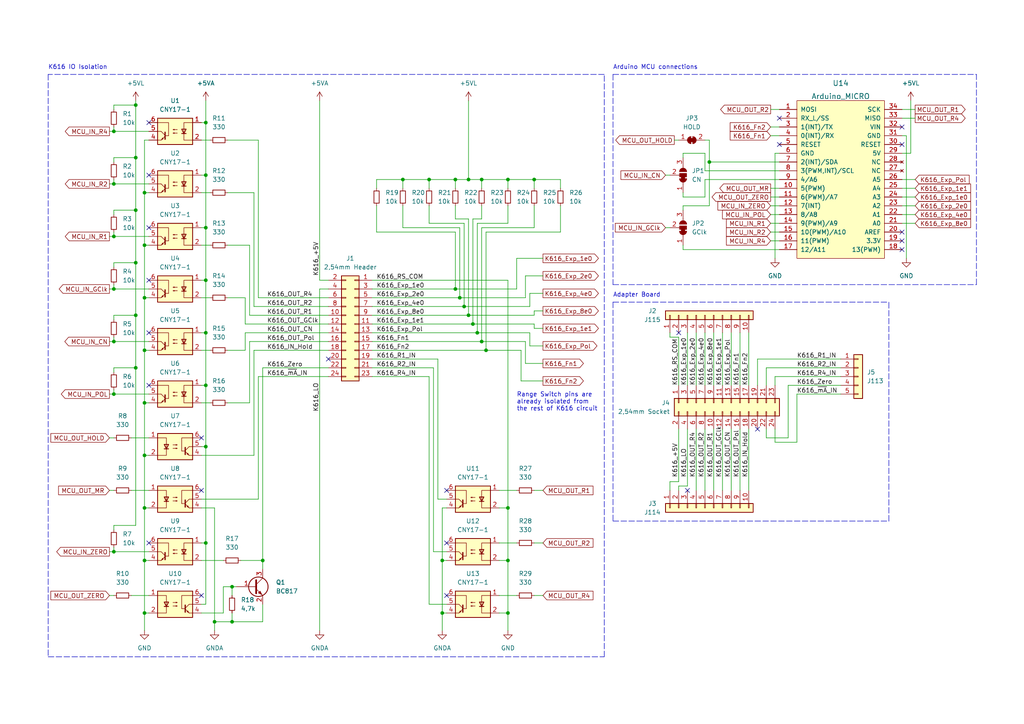
<source format=kicad_sch>
(kicad_sch (version 20211123) (generator eeschema)
  (paper "A4")
  (title_block (title "K616 USB Interface Board") (date "2022-08-08") (rev "0") (company "A. Vene") (comment 1 "Arduino Based USB interface board for Keithley 616 Electrometer"))
  (junction (at 33.02 160.02))
  (junction (at 147.32 162.56))
  (junction (at 59.69 50.8))
  (junction (at 33.02 53.34))
  (junction (at 147.32 177.8))
  (junction (at 59.69 129.54))
  (junction (at 139.7 99.06))
  (junction (at 133.35 86.36))
  (junction (at 59.69 96.52))
  (junction (at 137.16 93.98))
  (junction (at 33.02 99.06))
  (junction (at 132.08 83.82))
  (junction (at 41.91 147.32))
  (junction (at 67.31 180.34))
  (junction (at 59.69 35.56))
  (junction (at 205.74 46.99))
  (junction (at 39.37 106.68))
  (junction (at 33.02 38.1))
  (junction (at 39.37 60.96))
  (junction (at 41.91 162.56))
  (junction (at 154.94 52.07))
  (junction (at 67.31 170.18))
  (junction (at 132.08 52.07))
  (junction (at 33.02 68.58))
  (junction (at 39.37 45.72))
  (junction (at 41.91 55.88))
  (junction (at 59.69 157.48))
  (junction (at 39.37 76.2))
  (junction (at 59.69 66.04))
  (junction (at 33.02 114.3))
  (junction (at 59.69 111.76))
  (junction (at 135.89 52.07))
  (junction (at 147.32 147.32))
  (junction (at 39.37 91.44))
  (junction (at 138.43 96.52))
  (junction (at 134.62 88.9))
  (junction (at 62.23 180.34))
  (junction (at 135.89 91.44))
  (junction (at 39.37 30.48))
  (junction (at 140.97 101.6))
  (junction (at 41.91 116.84))
  (junction (at 128.27 177.8))
  (junction (at 41.91 71.12))
  (junction (at 41.91 132.08))
  (junction (at 33.02 83.82))
  (junction (at 41.91 177.8))
  (junction (at 116.84 52.07))
  (junction (at 124.46 52.07))
  (junction (at 59.69 81.28))
  (junction (at 139.7 52.07))
  (junction (at 76.2 162.56))
  (junction (at 41.91 101.6))
  (junction (at 147.32 52.07))
  (junction (at 41.91 86.36))
  (junction (at 128.27 162.56))
  (no_connect (at 58.42 142.24))
  (no_connect (at 219.71 124.46))
  (no_connect (at 58.42 127))
  (no_connect (at 95.25 104.14))
  (no_connect (at 261.62 67.31))
  (no_connect (at 261.62 69.85))
  (no_connect (at 58.42 172.72))
  (no_connect (at 43.18 157.48))
  (no_connect (at 43.18 50.8))
  (no_connect (at 43.18 35.56))
  (no_connect (at 43.18 96.52))
  (no_connect (at 43.18 81.28))
  (no_connect (at 43.18 111.76))
  (no_connect (at 43.18 66.04))
  (no_connect (at 129.54 157.48))
  (no_connect (at 129.54 172.72))
  (no_connect (at 129.54 142.24))
  (no_connect (at 199.39 142.24))
  (no_connect (at 196.85 96.52))
  (no_connect (at 226.06 34.29))
  (no_connect (at 226.06 41.91))
  (no_connect (at 261.62 72.39))
  (no_connect (at 261.62 36.83))
  (no_connect (at 261.62 41.91))
  (wire (pts (xy 31.75 99.06) (xy 33.02 99.06)))
  (wire (pts (xy 64.77 177.8) (xy 64.77 170.18)))
  (wire (pts (xy 39.37 152.4) (xy 39.37 106.68)))
  (wire (pts (xy 41.91 132.08) (xy 43.18 132.08)))
  (wire (pts (xy 59.69 81.28) (xy 59.69 66.04)))
  (wire (pts (xy 66.04 40.64) (xy 74.93 40.64)))
  (wire (pts (xy 217.17 96.52) (xy 217.17 111.76)))
  (wire (pts (xy 41.91 40.64) (xy 41.91 55.88)))
  (wire (pts (xy 204.47 124.46) (xy 204.47 142.24)))
  (wire (pts (xy 58.42 175.26) (xy 59.69 175.26)))
  (wire (pts (xy 74.93 109.22) (xy 74.93 144.78)))
  (wire (pts (xy 71.12 101.6) (xy 71.12 96.52)))
  (polyline (pts (xy 177.8 87.63) (xy 177.8 151.13)))
  (polyline (pts (xy 177.8 21.59) (xy 177.8 82.55)))
  (wire (pts (xy 137.16 93.98) (xy 154.94 93.98)))
  (wire (pts (xy 223.52 59.69) (xy 226.06 59.69)))
  (wire (pts (xy 58.42 71.12) (xy 60.96 71.12)))
  (wire (pts (xy 64.77 170.18) (xy 67.31 170.18)))
  (wire (pts (xy 223.52 57.15) (xy 226.06 57.15)))
  (wire (pts (xy 33.02 60.96) (xy 39.37 60.96)))
  (wire (pts (xy 140.97 101.6) (xy 140.97 67.31)))
  (wire (pts (xy 135.89 29.21) (xy 135.89 52.07)))
  (wire (pts (xy 41.91 101.6) (xy 43.18 101.6)))
  (wire (pts (xy 144.78 147.32) (xy 147.32 147.32)))
  (wire (pts (xy 162.56 52.07) (xy 162.56 54.61)))
  (wire (pts (xy 154.94 157.48) (xy 157.48 157.48)))
  (wire (pts (xy 209.55 96.52) (xy 209.55 111.76)))
  (wire (pts (xy 135.89 91.44) (xy 135.89 63.5)))
  (wire (pts (xy 139.7 63.5) (xy 139.7 59.69)))
  (wire (pts (xy 154.94 66.04) (xy 154.94 59.69)))
  (wire (pts (xy 140.97 67.31) (xy 162.56 67.31)))
  (wire (pts (xy 124.46 52.07) (xy 132.08 52.07)))
  (wire (pts (xy 129.54 147.32) (xy 128.27 147.32)))
  (wire (pts (xy 204.47 96.52) (xy 204.47 111.76)))
  (wire (pts (xy 147.32 147.32) (xy 147.32 162.56)))
  (wire (pts (xy 128.27 162.56) (xy 128.27 177.8)))
  (wire (pts (xy 107.95 83.82) (xy 132.08 83.82)))
  (wire (pts (xy 39.37 60.96) (xy 39.37 45.72)))
  (wire (pts (xy 198.12 72.39) (xy 226.06 72.39)))
  (wire (pts (xy 124.46 109.22) (xy 124.46 175.26)))
  (wire (pts (xy 139.7 99.06) (xy 139.7 66.04)))
  (wire (pts (xy 134.62 88.9) (xy 134.62 64.77)))
  (wire (pts (xy 58.42 147.32) (xy 62.23 147.32)))
  (wire (pts (xy 152.4 105.41) (xy 152.4 99.06)))
  (wire (pts (xy 196.85 97.79) (xy 194.31 97.79)))
  (wire (pts (xy 39.37 106.68) (xy 39.37 91.44)))
  (wire (pts (xy 139.7 66.04) (xy 154.94 66.04)))
  (wire (pts (xy 205.74 40.64) (xy 205.74 46.99)))
  (wire (pts (xy 33.02 76.2) (xy 39.37 76.2)))
  (wire (pts (xy 204.47 44.45) (xy 204.47 49.53)))
  (wire (pts (xy 71.12 93.98) (xy 95.25 93.98)))
  (wire (pts (xy 195.58 40.64) (xy 196.85 40.64)))
  (wire (pts (xy 198.12 45.72) (xy 198.12 44.45)))
  (wire (pts (xy 133.35 66.04) (xy 116.84 66.04)))
  (wire (pts (xy 261.62 54.61) (xy 265.43 54.61)))
  (wire (pts (xy 33.02 82.55) (xy 33.02 83.82)))
  (wire (pts (xy 133.35 86.36) (xy 133.35 66.04)))
  (wire (pts (xy 107.95 91.44) (xy 135.89 91.44)))
  (wire (pts (xy 116.84 52.07) (xy 116.84 54.61)))
  (wire (pts (xy 205.74 46.99) (xy 226.06 46.99)))
  (wire (pts (xy 31.75 38.1) (xy 33.02 38.1)))
  (wire (pts (xy 231.14 114.3) (xy 243.84 114.3)))
  (wire (pts (xy 33.02 97.79) (xy 33.02 99.06)))
  (wire (pts (xy 33.02 106.68) (xy 39.37 106.68)))
  (wire (pts (xy 41.91 182.88) (xy 41.91 177.8)))
  (wire (pts (xy 144.78 142.24) (xy 149.86 142.24)))
  (wire (pts (xy 151.13 110.49) (xy 151.13 101.6)))
  (wire (pts (xy 204.47 57.15) (xy 204.47 52.07)))
  (wire (pts (xy 243.84 106.68) (xy 222.25 106.68)))
  (wire (pts (xy 264.16 29.21) (xy 264.16 44.45)))
  (wire (pts (xy 144.78 177.8) (xy 147.32 177.8)))
  (wire (pts (xy 196.85 111.76) (xy 196.85 97.79)))
  (wire (pts (xy 71.12 96.52) (xy 95.25 96.52)))
  (wire (pts (xy 76.2 106.68) (xy 76.2 162.56)))
  (wire (pts (xy 149.86 74.93) (xy 149.86 83.82)))
  (wire (pts (xy 73.66 88.9) (xy 95.25 88.9)))
  (wire (pts (xy 196.85 142.24) (xy 196.85 140.97)))
  (wire (pts (xy 33.02 45.72) (xy 33.02 46.99)))
  (wire (pts (xy 147.32 52.07) (xy 154.94 52.07)))
  (wire (pts (xy 33.02 38.1) (xy 43.18 38.1)))
  (wire (pts (xy 152.4 80.01) (xy 152.4 86.36)))
  (wire (pts (xy 153.67 85.09) (xy 153.67 88.9)))
  (wire (pts (xy 69.85 162.56) (xy 76.2 162.56)))
  (wire (pts (xy 95.25 106.68) (xy 76.2 106.68)))
  (wire (pts (xy 124.46 52.07) (xy 124.46 54.61)))
  (wire (pts (xy 144.78 157.48) (xy 149.86 157.48)))
  (wire (pts (xy 262.89 39.37) (xy 262.89 74.93)))
  (wire (pts (xy 33.02 114.3) (xy 33.02 113.03)))
  (wire (pts (xy 66.04 86.36) (xy 71.12 86.36)))
  (wire (pts (xy 224.79 128.27) (xy 231.14 128.27)))
  (wire (pts (xy 207.01 96.52) (xy 207.01 111.76)))
  (wire (pts (xy 66.04 101.6) (xy 71.12 101.6)))
  (wire (pts (xy 157.48 80.01) (xy 152.4 80.01)))
  (polyline (pts (xy 177.8 87.63) (xy 257.81 87.63)))
  (wire (pts (xy 198.12 71.12) (xy 198.12 72.39)))
  (wire (pts (xy 41.91 116.84) (xy 43.18 116.84)))
  (wire (pts (xy 41.91 177.8) (xy 43.18 177.8)))
  (wire (pts (xy 39.37 29.21) (xy 39.37 30.48)))
  (wire (pts (xy 124.46 175.26) (xy 129.54 175.26)))
  (wire (pts (xy 264.16 44.45) (xy 261.62 44.45)))
  (wire (pts (xy 157.48 100.33) (xy 153.67 100.33)))
  (wire (pts (xy 243.84 104.14) (xy 219.71 104.14)))
  (wire (pts (xy 125.73 160.02) (xy 129.54 160.02)))
  (wire (pts (xy 157.48 85.09) (xy 153.67 85.09)))
  (wire (pts (xy 243.84 109.22) (xy 224.79 109.22)))
  (wire (pts (xy 59.69 157.48) (xy 59.69 129.54)))
  (wire (pts (xy 154.94 95.25) (xy 154.94 93.98)))
  (wire (pts (xy 107.95 93.98) (xy 137.16 93.98)))
  (wire (pts (xy 33.02 153.67) (xy 33.02 152.4)))
  (wire (pts (xy 261.62 34.29) (xy 265.43 34.29)))
  (polyline (pts (xy 177.8 82.55) (xy 283.21 82.55)))
  (wire (pts (xy 33.02 99.06) (xy 43.18 99.06)))
  (wire (pts (xy 138.43 64.77) (xy 147.32 64.77)))
  (wire (pts (xy 41.91 162.56) (xy 41.91 147.32)))
  (wire (pts (xy 41.91 147.32) (xy 41.91 132.08)))
  (wire (pts (xy 223.52 64.77) (xy 226.06 64.77)))
  (wire (pts (xy 135.89 52.07) (xy 139.7 52.07)))
  (wire (pts (xy 224.79 44.45) (xy 226.06 44.45)))
  (wire (pts (xy 41.91 86.36) (xy 41.91 101.6)))
  (wire (pts (xy 62.23 180.34) (xy 67.31 180.34)))
  (wire (pts (xy 107.95 104.14) (xy 127 104.14)))
  (wire (pts (xy 109.22 67.31) (xy 109.22 59.69)))
  (wire (pts (xy 198.12 44.45) (xy 204.47 44.45)))
  (wire (pts (xy 38.1 172.72) (xy 43.18 172.72)))
  (wire (pts (xy 58.42 132.08) (xy 73.66 132.08)))
  (wire (pts (xy 222.25 106.68) (xy 222.25 111.76)))
  (wire (pts (xy 92.71 83.82) (xy 95.25 83.82)))
  (wire (pts (xy 58.42 111.76) (xy 59.69 111.76)))
  (wire (pts (xy 127 104.14) (xy 127 144.78)))
  (wire (pts (xy 76.2 180.34) (xy 76.2 175.26)))
  (wire (pts (xy 212.09 96.52) (xy 212.09 111.76)))
  (wire (pts (xy 124.46 64.77) (xy 124.46 59.69)))
  (wire (pts (xy 198.12 55.88) (xy 198.12 57.15)))
  (wire (pts (xy 67.31 180.34) (xy 76.2 180.34)))
  (wire (pts (xy 201.93 124.46) (xy 201.93 142.24)))
  (polyline (pts (xy 283.21 82.55) (xy 283.21 21.59)))
  (wire (pts (xy 58.42 177.8) (xy 64.77 177.8)))
  (wire (pts (xy 95.25 81.28) (xy 92.71 81.28)))
  (wire (pts (xy 157.48 110.49) (xy 151.13 110.49)))
  (polyline (pts (xy 175.26 21.59) (xy 13.97 21.59)))
  (wire (pts (xy 147.32 177.8) (xy 147.32 162.56)))
  (wire (pts (xy 31.75 68.58) (xy 33.02 68.58)))
  (wire (pts (xy 58.42 66.04) (xy 59.69 66.04)))
  (wire (pts (xy 198.12 57.15) (xy 204.47 57.15)))
  (wire (pts (xy 132.08 67.31) (xy 109.22 67.31)))
  (wire (pts (xy 204.47 52.07) (xy 226.06 52.07)))
  (wire (pts (xy 73.66 132.08) (xy 73.66 101.6)))
  (wire (pts (xy 38.1 142.24) (xy 43.18 142.24)))
  (wire (pts (xy 261.62 39.37) (xy 262.89 39.37)))
  (wire (pts (xy 261.62 64.77) (xy 265.43 64.77)))
  (wire (pts (xy 154.94 172.72) (xy 157.48 172.72)))
  (wire (pts (xy 31.75 114.3) (xy 33.02 114.3)))
  (wire (pts (xy 58.42 129.54) (xy 59.69 129.54)))
  (wire (pts (xy 196.85 140.97) (xy 199.39 140.97)))
  (wire (pts (xy 73.66 101.6) (xy 95.25 101.6)))
  (wire (pts (xy 33.02 67.31) (xy 33.02 68.58)))
  (wire (pts (xy 228.6 127) (xy 222.25 127)))
  (wire (pts (xy 199.39 140.97) (xy 199.39 124.46)))
  (wire (pts (xy 224.79 109.22) (xy 224.79 111.76)))
  (wire (pts (xy 261.62 59.69) (xy 265.43 59.69)))
  (wire (pts (xy 107.95 109.22) (xy 124.46 109.22)))
  (wire (pts (xy 31.75 127) (xy 33.02 127)))
  (wire (pts (xy 207.01 124.46) (xy 207.01 142.24)))
  (wire (pts (xy 41.91 147.32) (xy 43.18 147.32)))
  (wire (pts (xy 72.39 99.06) (xy 95.25 99.06)))
  (wire (pts (xy 116.84 52.07) (xy 124.46 52.07)))
  (polyline (pts (xy 175.26 190.5) (xy 175.26 21.59)))
  (wire (pts (xy 212.09 124.46) (xy 212.09 142.24)))
  (wire (pts (xy 132.08 52.07) (xy 135.89 52.07)))
  (wire (pts (xy 128.27 177.8) (xy 129.54 177.8)))
  (wire (pts (xy 74.93 144.78) (xy 58.42 144.78)))
  (wire (pts (xy 33.02 91.44) (xy 39.37 91.44)))
  (wire (pts (xy 59.69 66.04) (xy 59.69 50.8)))
  (wire (pts (xy 132.08 52.07) (xy 132.08 54.61)))
  (wire (pts (xy 59.69 175.26) (xy 59.69 157.48)))
  (wire (pts (xy 109.22 52.07) (xy 116.84 52.07)))
  (wire (pts (xy 109.22 54.61) (xy 109.22 52.07)))
  (wire (pts (xy 223.52 31.75) (xy 226.06 31.75)))
  (wire (pts (xy 33.02 92.71) (xy 33.02 91.44)))
  (wire (pts (xy 43.18 40.64) (xy 41.91 40.64)))
  (wire (pts (xy 214.63 124.46) (xy 214.63 142.24)))
  (wire (pts (xy 147.32 162.56) (xy 144.78 162.56)))
  (wire (pts (xy 157.48 105.41) (xy 152.4 105.41)))
  (wire (pts (xy 223.52 54.61) (xy 226.06 54.61)))
  (wire (pts (xy 33.02 77.47) (xy 33.02 76.2)))
  (wire (pts (xy 59.69 50.8) (xy 58.42 50.8)))
  (wire (pts (xy 223.52 69.85) (xy 226.06 69.85)))
  (wire (pts (xy 127 144.78) (xy 129.54 144.78)))
  (wire (pts (xy 59.69 129.54) (xy 59.69 111.76)))
  (wire (pts (xy 66.04 71.12) (xy 72.39 71.12)))
  (wire (pts (xy 107.95 86.36) (xy 133.35 86.36)))
  (wire (pts (xy 58.42 101.6) (xy 60.96 101.6)))
  (wire (pts (xy 261.62 57.15) (xy 265.43 57.15)))
  (wire (pts (xy 147.32 81.28) (xy 147.32 147.32)))
  (wire (pts (xy 154.94 52.07) (xy 162.56 52.07)))
  (wire (pts (xy 152.4 99.06) (xy 139.7 99.06)))
  (wire (pts (xy 128.27 182.88) (xy 128.27 177.8)))
  (wire (pts (xy 128.27 147.32) (xy 128.27 162.56)))
  (wire (pts (xy 204.47 49.53) (xy 226.06 49.53)))
  (wire (pts (xy 154.94 52.07) (xy 154.94 54.61)))
  (wire (pts (xy 72.39 71.12) (xy 72.39 91.44)))
  (wire (pts (xy 58.42 35.56) (xy 59.69 35.56)))
  (wire (pts (xy 62.23 147.32) (xy 62.23 180.34)))
  (wire (pts (xy 116.84 66.04) (xy 116.84 59.69)))
  (wire (pts (xy 198.12 59.69) (xy 205.74 59.69)))
  (wire (pts (xy 157.48 90.17) (xy 154.94 90.17)))
  (wire (pts (xy 157.48 74.93) (xy 149.86 74.93)))
  (wire (pts (xy 72.39 91.44) (xy 95.25 91.44)))
  (wire (pts (xy 194.31 96.52) (xy 194.31 97.79)))
  (wire (pts (xy 31.75 160.02) (xy 33.02 160.02)))
  (wire (pts (xy 41.91 86.36) (xy 43.18 86.36)))
  (wire (pts (xy 107.95 81.28) (xy 147.32 81.28)))
  (wire (pts (xy 132.08 63.5) (xy 132.08 59.69)))
  (wire (pts (xy 137.16 63.5) (xy 139.7 63.5)))
  (wire (pts (xy 196.85 124.46) (xy 196.85 139.7)))
  (wire (pts (xy 261.62 62.23) (xy 265.43 62.23)))
  (wire (pts (xy 125.73 106.68) (xy 125.73 160.02)))
  (wire (pts (xy 219.71 104.14) (xy 219.71 111.76)))
  (wire (pts (xy 129.54 162.56) (xy 128.27 162.56)))
  (wire (pts (xy 135.89 63.5) (xy 132.08 63.5)))
  (wire (pts (xy 261.62 52.07) (xy 265.43 52.07)))
  (wire (pts (xy 41.91 162.56) (xy 43.18 162.56)))
  (wire (pts (xy 39.37 45.72) (xy 33.02 45.72)))
  (wire (pts (xy 223.52 36.83) (xy 226.06 36.83)))
  (wire (pts (xy 33.02 36.83) (xy 33.02 38.1)))
  (wire (pts (xy 193.04 50.8) (xy 194.31 50.8)))
  (wire (pts (xy 43.18 114.3) (xy 33.02 114.3)))
  (wire (pts (xy 217.17 124.46) (xy 217.17 142.24)))
  (wire (pts (xy 107.95 96.52) (xy 138.43 96.52)))
  (wire (pts (xy 33.02 62.23) (xy 33.02 60.96)))
  (wire (pts (xy 201.93 96.52) (xy 201.93 111.76)))
  (wire (pts (xy 231.14 128.27) (xy 231.14 114.3)))
  (wire (pts (xy 39.37 91.44) (xy 39.37 76.2)))
  (wire (pts (xy 147.32 52.07) (xy 147.32 54.61)))
  (wire (pts (xy 58.42 40.64) (xy 60.96 40.64)))
  (wire (pts (xy 67.31 170.18) (xy 67.31 172.72)))
  (wire (pts (xy 39.37 76.2) (xy 39.37 60.96)))
  (wire (pts (xy 58.42 55.88) (xy 60.96 55.88)))
  (wire (pts (xy 107.95 101.6) (xy 140.97 101.6)))
  (wire (pts (xy 58.42 86.36) (xy 60.96 86.36)))
  (wire (pts (xy 162.56 67.31) (xy 162.56 59.69)))
  (wire (pts (xy 153.67 96.52) (xy 138.43 96.52)))
  (wire (pts (xy 72.39 116.84) (xy 72.39 99.06)))
  (wire (pts (xy 153.67 100.33) (xy 153.67 96.52)))
  (wire (pts (xy 107.95 106.68) (xy 125.73 106.68)))
  (wire (pts (xy 223.52 39.37) (xy 226.06 39.37)))
  (wire (pts (xy 107.95 88.9) (xy 134.62 88.9)))
  (wire (pts (xy 31.75 53.34) (xy 33.02 53.34)))
  (wire (pts (xy 41.91 55.88) (xy 43.18 55.88)))
  (wire (pts (xy 68.58 170.18) (xy 67.31 170.18)))
  (wire (pts (xy 58.42 157.48) (xy 59.69 157.48)))
  (wire (pts (xy 39.37 30.48) (xy 39.37 45.72)))
  (polyline (pts (xy 177.8 151.13) (xy 257.81 151.13)))
  (wire (pts (xy 205.74 59.69) (xy 205.74 46.99)))
  (wire (pts (xy 59.69 29.21) (xy 59.69 35.56)))
  (wire (pts (xy 41.91 71.12) (xy 43.18 71.12)))
  (wire (pts (xy 261.62 31.75) (xy 265.43 31.75)))
  (wire (pts (xy 154.94 91.44) (xy 135.89 91.44)))
  (wire (pts (xy 66.04 55.88) (xy 73.66 55.88)))
  (polyline (pts (xy 13.97 21.59) (xy 13.97 190.5)))
  (wire (pts (xy 138.43 96.52) (xy 138.43 64.77)))
  (wire (pts (xy 71.12 86.36) (xy 71.12 93.98)))
  (wire (pts (xy 62.23 182.88) (xy 62.23 180.34)))
  (wire (pts (xy 74.93 40.64) (xy 74.93 86.36)))
  (wire (pts (xy 147.32 177.8) (xy 147.32 182.88)))
  (polyline (pts (xy 257.81 151.13) (xy 257.81 87.63)))
  (wire (pts (xy 243.84 111.76) (xy 228.6 111.76)))
  (wire (pts (xy 209.55 124.46) (xy 209.55 142.24)))
  (wire (pts (xy 58.42 116.84) (xy 60.96 116.84)))
  (wire (pts (xy 43.18 160.02) (xy 33.02 160.02)))
  (wire (pts (xy 41.91 55.88) (xy 41.91 71.12)))
  (wire (pts (xy 139.7 52.07) (xy 147.32 52.07)))
  (wire (pts (xy 74.93 86.36) (xy 95.25 86.36)))
  (wire (pts (xy 58.42 162.56) (xy 64.77 162.56)))
  (wire (pts (xy 33.02 160.02) (xy 33.02 158.75)))
  (wire (pts (xy 224.79 124.46) (xy 224.79 128.27)))
  (wire (pts (xy 223.52 67.31) (xy 226.06 67.31)))
  (wire (pts (xy 33.02 31.75) (xy 33.02 30.48)))
  (wire (pts (xy 41.91 101.6) (xy 41.91 116.84)))
  (wire (pts (xy 31.75 172.72) (xy 33.02 172.72)))
  (wire (pts (xy 224.79 74.93) (xy 224.79 44.45)))
  (wire (pts (xy 152.4 86.36) (xy 133.35 86.36)))
  (wire (pts (xy 151.13 101.6) (xy 140.97 101.6)))
  (wire (pts (xy 92.71 83.82) (xy 92.71 182.88)))
  (wire (pts (xy 74.93 109.22) (xy 95.25 109.22)))
  (wire (pts (xy 59.69 35.56) (xy 59.69 50.8)))
  (wire (pts (xy 41.91 177.8) (xy 41.91 162.56)))
  (wire (pts (xy 41.91 132.08) (xy 41.91 116.84)))
  (wire (pts (xy 73.66 55.88) (xy 73.66 88.9)))
  (wire (pts (xy 153.67 88.9) (xy 134.62 88.9)))
  (wire (pts (xy 33.02 107.95) (xy 33.02 106.68)))
  (wire (pts (xy 38.1 127) (xy 43.18 127)))
  (wire (pts (xy 204.47 40.64) (xy 205.74 40.64)))
  (wire (pts (xy 193.04 66.04) (xy 194.31 66.04)))
  (wire (pts (xy 132.08 83.82) (xy 132.08 67.31)))
  (wire (pts (xy 59.69 96.52) (xy 59.69 81.28)))
  (wire (pts (xy 41.91 71.12) (xy 41.91 86.36)))
  (wire (pts (xy 222.25 127) (xy 222.25 124.46)))
  (wire (pts (xy 147.32 64.77) (xy 147.32 59.69)))
  (wire (pts (xy 31.75 83.82) (xy 33.02 83.82)))
  (wire (pts (xy 58.42 96.52) (xy 59.69 96.52)))
  (wire (pts (xy 157.48 95.25) (xy 154.94 95.25)))
  (wire (pts (xy 33.02 83.82) (xy 43.18 83.82)))
  (wire (pts (xy 33.02 68.58) (xy 43.18 68.58)))
  (wire (pts (xy 144.78 172.72) (xy 149.86 172.72)))
  (wire (pts (xy 199.39 96.52) (xy 199.39 111.76)))
  (wire (pts (xy 137.16 93.98) (xy 137.16 63.5)))
  (wire (pts (xy 139.7 52.07) (xy 139.7 54.61)))
  (wire (pts (xy 33.02 52.07) (xy 33.02 53.34)))
  (polyline (pts (xy 177.8 21.59) (xy 283.21 21.59)))
  (wire (pts (xy 198.12 60.96) (xy 198.12 59.69)))
  (wire (pts (xy 33.02 30.48) (xy 39.37 30.48)))
  (wire (pts (xy 154.94 142.24) (xy 157.48 142.24)))
  (wire (pts (xy 134.62 64.77) (xy 124.46 64.77)))
  (wire (pts (xy 107.95 99.06) (xy 139.7 99.06)))
  (wire (pts (xy 31.75 142.24) (xy 33.02 142.24)))
  (wire (pts (xy 33.02 53.34) (xy 43.18 53.34)))
  (wire (pts (xy 58.42 81.28) (xy 59.69 81.28)))
  (wire (pts (xy 92.71 81.28) (xy 92.71 29.21)))
  (wire (pts (xy 228.6 111.76) (xy 228.6 127)))
  (wire (pts (xy 154.94 90.17) (xy 154.94 91.44)))
  (wire (pts (xy 33.02 152.4) (xy 39.37 152.4)))
  (wire (pts (xy 214.63 96.52) (xy 214.63 111.76)))
  (wire (pts (xy 149.86 83.82) (xy 132.08 83.82)))
  (wire (pts (xy 66.04 116.84) (xy 72.39 116.84)))
  (wire (pts (xy 223.52 62.23) (xy 226.06 62.23)))
  (wire (pts (xy 194.31 139.7) (xy 196.85 139.7)))
  (wire (pts (xy 67.31 177.8) (xy 67.31 180.34)))
  (polyline (pts (xy 13.97 190.5) (xy 175.26 190.5)))
  (wire (pts (xy 76.2 162.56) (xy 76.2 165.1)))
  (wire (pts (xy 59.69 111.76) (xy 59.69 96.52)))
  (wire (pts (xy 194.31 142.24) (xy 194.31 139.7)))
  (text "Range Switch pins are\nalready isolated from\nthe rest of K616 circuit" (at 149.86 119.38 0) (effects (font (size 1.27 1.27)) (justify left bottom)))
  (text "Adapter Board" (at 177.8 86.36 0) (effects (font (size 1.27 1.27)) (justify left bottom)))
  (text "Arduino MCU connections" (at 177.8 20.32 0) (effects (font (size 1.27 1.27)) (justify left bottom)))
  (text "K616 IO Isolation" (at 13.97 20.32 0) (effects (font (size 1.27 1.27)) (justify left bottom)))
  (label "K616_OUT_R2" (at 204.47 138.43 90))
  (label "K616_Exp_8e0" (at 207.01 111.76 90))
  (label "K616_Exp_1e1" (at 109.22 93.98 0))
  (label "K616_Fn2" (at 109.22 101.6 0))
  (label "K616_Exp_1e0" (at 199.39 111.76 90))
  (label "K616_~{mA}_IN" (at 77.47 109.22 0))
  (label "K616_+5V" (at 196.85 138.43 90))
  (label "K616_R1_IN" (at 109.22 104.14 0))
  (label "K616_LO" (at 199.39 138.43 90))
  (label "K616_R2_IN" (at 109.22 106.68 0))
  (label "K616_Exp_1e1" (at 209.55 111.76 90))
  (label "K616_Fn1" (at 109.22 99.06 0))
  (label "K616_Fn2" (at 217.17 111.76 90))
  (label "K616_Exp_4e0" (at 204.47 111.76 90))
  (label "K616_OUT_R1" (at 77.47 91.44 0))
  (label "K616_OUT_R1" (at 207.01 138.43 90))
  (label "K616_RS_COM" (at 196.85 111.76 90))
  (label "K616_OUT_R2" (at 77.47 88.9 0))
  (label "K616_R4_IN" (at 109.22 109.22 0))
  (label "K616_OUT_R4" (at 77.47 86.36 0))
  (label "K616_+5V" (at 92.71 80.01 90))
  (label "K616_Exp_1e0" (at 109.22 83.82 0))
  (label "K616_OUT_CN" (at 212.09 138.43 90))
  (label "K616_Exp_2e0" (at 201.93 111.76 90))
  (label "K616_OUT_CN" (at 77.47 96.52 0))
  (label "K616_Exp_4e0" (at 109.22 88.9 0))
  (label "K616_Exp_2e0" (at 109.22 86.36 0))
  (label "K616_OUT_Pol" (at 214.63 138.43 90))
  (label "K616_Zero" (at 231.14 111.76 0))
  (label "K616_R4_IN" (at 231.14 109.22 0))
  (label "K616_IN_Hold" (at 77.47 101.6 0))
  (label "K616_Exp_Pol" (at 212.09 111.76 90))
  (label "K616_LO" (at 92.71 119.38 90))
  (label "K616_Exp_8e0" (at 109.22 91.44 0))
  (label "K616_OUT_Pol" (at 77.47 99.06 0))
  (label "K616_R1_IN" (at 231.14 104.14 0))
  (label "K616_Zero" (at 77.47 106.68 0))
  (label "K616_OUT_GClk" (at 209.55 138.43 90))
  (label "K616_OUT_GClk" (at 77.47 93.98 0))
  (label "K616_Fn1" (at 214.63 111.76 90))
  (label "K616_~{mA}_IN" (at 231.14 114.3 0))
  (label "K616_OUT_R4" (at 201.93 138.43 90))
  (label "K616_RS_COM" (at 109.22 81.28 0))
  (label "K616_IN_Hold" (at 217.17 138.43 90))
  (label "K616_Exp_Pol" (at 109.22 96.52 0))
  (label "K616_R2_IN" (at 231.14 106.68 0))
  (global_label "MCU_OUT_R2" (shape input) (at 157.48 157.48 0) (property "Intersheet References" "${INTERSHEET_REFS}" (effects hide)))
  (global_label "MCU_IN_ZERO" (shape input) (at 223.52 59.69 180) (property "Intersheet References" "${INTERSHEET_REFS}" (effects hide)))
  (global_label "K616_Exp_1e1" (shape input) (at 265.43 54.61 0) (property "Intersheet References" "${INTERSHEET_REFS}" (effects hide)))
  (global_label "MCU_OUT_R4" (shape output) (at 265.43 34.29 0) (property "Intersheet References" "${INTERSHEET_REFS}" (effects hide)))
  (global_label "K616_Exp_1e0" (shape output) (at 157.48 74.93 0) (property "Intersheet References" "${INTERSHEET_REFS}" (effects hide)))
  (global_label "K616_Fn1" (shape output) (at 157.48 105.41 0) (property "Intersheet References" "${INTERSHEET_REFS}" (effects hide)))
  (global_label "MCU_IN_GClk" (shape input) (at 193.04 66.04 180) (property "Intersheet References" "${INTERSHEET_REFS}" (effects hide)))
  (global_label "MCU_IN_ZERO" (shape output) (at 31.75 160.02 180) (property "Intersheet References" "${INTERSHEET_REFS}" (effects hide)))
  (global_label "MCU_IN_POL" (shape input) (at 223.52 62.23 180) (property "Intersheet References" "${INTERSHEET_REFS}" (effects hide)))
  (global_label "MCU_OUT_HOLD" (shape output) (at 195.58 40.64 180) (property "Intersheet References" "${INTERSHEET_REFS}" (effects hide)))
  (global_label "K616_Exp_4e0" (shape input) (at 265.43 62.23 0) (property "Intersheet References" "${INTERSHEET_REFS}" (effects hide)))
  (global_label "MCU_OUT_MR" (shape output) (at 223.52 54.61 180) (property "Intersheet References" "${INTERSHEET_REFS}" (effects hide)))
  (global_label "MCU_IN_CN" (shape output) (at 31.75 99.06 180) (property "Intersheet References" "${INTERSHEET_REFS}" (effects hide)))
  (global_label "MCU_OUT_ZERO" (shape output) (at 223.52 57.15 180) (property "Intersheet References" "${INTERSHEET_REFS}" (effects hide)))
  (global_label "MCU_IN_R1" (shape output) (at 31.75 68.58 180) (property "Intersheet References" "${INTERSHEET_REFS}" (effects hide)))
  (global_label "K616_Exp_Pol" (shape output) (at 157.48 100.33 0) (property "Intersheet References" "${INTERSHEET_REFS}" (effects hide)))
  (global_label "MCU_OUT_R2" (shape output) (at 223.52 31.75 180) (property "Intersheet References" "${INTERSHEET_REFS}" (effects hide)))
  (global_label "MCU_IN_R4" (shape output) (at 31.75 38.1 180) (property "Intersheet References" "${INTERSHEET_REFS}" (effects hide)))
  (global_label "MCU_IN_R2" (shape output) (at 31.75 53.34 180) (property "Intersheet References" "${INTERSHEET_REFS}" (effects hide)))
  (global_label "MCU_IN_GClk" (shape output) (at 31.75 83.82 180) (property "Intersheet References" "${INTERSHEET_REFS}" (effects hide)))
  (global_label "MCU_IN_CN" (shape input) (at 193.04 50.8 180) (property "Intersheet References" "${INTERSHEET_REFS}" (effects hide)))
  (global_label "MCU_IN_POL" (shape output) (at 31.75 114.3 180) (property "Intersheet References" "${INTERSHEET_REFS}" (effects hide)))
  (global_label "K616_Fn2" (shape output) (at 157.48 110.49 0) (property "Intersheet References" "${INTERSHEET_REFS}" (effects hide)))
  (global_label "MCU_IN_R1" (shape input) (at 223.52 64.77 180) (property "Intersheet References" "${INTERSHEET_REFS}" (effects hide)))
  (global_label "MCU_IN_R2" (shape input) (at 223.52 67.31 180) (property "Intersheet References" "${INTERSHEET_REFS}" (effects hide)))
  (global_label "K616_Fn1" (shape input) (at 223.52 39.37 180) (property "Intersheet References" "${INTERSHEET_REFS}" (effects hide)))
  (global_label "MCU_OUT_R1" (shape input) (at 157.48 142.24 0) (property "Intersheet References" "${INTERSHEET_REFS}" (effects hide)))
  (global_label "K616_Exp_4e0" (shape output) (at 157.48 85.09 0) (property "Intersheet References" "${INTERSHEET_REFS}" (effects hide)))
  (global_label "K616_Fn2" (shape input) (at 223.52 36.83 180) (property "Intersheet References" "${INTERSHEET_REFS}" (effects hide)))
  (global_label "K616_Exp_2e0" (shape input) (at 265.43 59.69 0) (property "Intersheet References" "${INTERSHEET_REFS}" (effects hide)))
  (global_label "K616_Exp_8e0" (shape output) (at 157.48 90.17 0) (property "Intersheet References" "${INTERSHEET_REFS}" (effects hide)))
  (global_label "K616_Exp_Pol" (shape input) (at 265.43 52.07 0) (property "Intersheet References" "${INTERSHEET_REFS}" (effects hide)))
  (global_label "MCU_OUT_R1" (shape output) (at 265.43 31.75 0) (property "Intersheet References" "${INTERSHEET_REFS}" (effects hide)))
  (global_label "K616_Exp_1e1" (shape output) (at 157.48 95.25 0) (property "Intersheet References" "${INTERSHEET_REFS}" (effects hide)))
  (global_label "MCU_OUT_HOLD" (shape input) (at 31.75 127 180) (property "Intersheet References" "${INTERSHEET_REFS}" (effects hide)))
  (global_label "K616_Exp_8e0" (shape input) (at 265.43 64.77 0) (property "Intersheet References" "${INTERSHEET_REFS}" (effects hide)))
  (global_label "MCU_OUT_MR" (shape input) (at 31.75 142.24 180) (property "Intersheet References" "${INTERSHEET_REFS}" (effects hide)))
  (global_label "MCU_OUT_R4" (shape input) (at 157.48 172.72 0) (property "Intersheet References" "${INTERSHEET_REFS}" (effects hide)))
  (global_label "MCU_OUT_ZERO" (shape input) (at 31.75 172.72 180) (property "Intersheet References" "${INTERSHEET_REFS}" (effects hide)))
  (global_label "MCU_IN_R4" (shape input) (at 223.52 69.85 180) (property "Intersheet References" "${INTERSHEET_REFS}" (effects hide)))
  (global_label "K616_Exp_1e0" (shape input) (at 265.43 57.15 0) (property "Intersheet References" "${INTERSHEET_REFS}" (effects hide)))
  (global_label "K616_Exp_2e0" (shape output) (at 157.48 80.01 0) (property "Intersheet References" "${INTERSHEET_REFS}" (effects hide)))
  (symbol (lib_id "Device:R_Small") (at 33.02 64.77 0) (unit 1)
    (property "Reference" "R3" (at 35.56 63.4999 0) (effects (justify left)))
    (property "Value" "10k" (at 35.56 66.0399 0) (effects (justify left)))
    (property "Footprint" "Resistor_SMD:R_0603_1608Metric_Pad0.98x0.95mm_HandSolder" (effects hide))
  )
  (symbol (lib_id "Device:R_Small") (at 33.02 49.53 0) (unit 1)
    (property "Reference" "R2" (at 35.56 48.2599 0) (effects (justify left)))
    (property "Value" "10k" (at 35.56 50.7999 0) (effects (justify left)))
    (property "Footprint" "Resistor_SMD:R_0603_1608Metric_Pad0.98x0.95mm_HandSolder" (effects hide))
  )
  (symbol (lib_id "Device:R_Small") (at 63.5 116.84 90) (unit 1)
    (property "Reference" "R16" (at 63.5 110.49 90))
    (property "Value" "330" (at 63.5 113.03 90))
    (property "Footprint" "Resistor_SMD:R_0603_1608Metric_Pad0.98x0.95mm_HandSolder" (effects hide))
  )
  (symbol (lib_id "Isolator:CNY17-1") (at 50.8 175.26 0) (unit 1)
    (property "Reference" "U10" (at 50.8 166.37 0))
    (property "Value" "CNY17-1" (at 50.8 168.91 0))
    (property "Footprint" "Package_DIP:SMDIP-6_W7.62mm" (effects hide))
    (property "Datasheet" "http://www.vishay.com/docs/83606/cny17.pdf" (effects hide))
  )
  (symbol (lib_id "power:+5VA") (at 92.71 29.21 0) (unit 1)
    (property "Reference" "#PWR05" (effects hide))
    (property "Value" "+5VA" (at 92.71 24.13 0))
  )
  (symbol (lib_id "Device:R_Small") (at 139.7 57.15 0) (unit 1)
    (property "Reference" "R23" (at 142.24 55.8799 0) (effects (justify left)))
    (property "Value" "10k" (at 142.24 58.4199 0) (effects (justify left)))
    (property "Footprint" "Resistor_SMD:R_0603_1608Metric_Pad0.98x0.95mm_HandSolder" (effects hide))
  )
  (symbol (lib_id "Device:R_Small") (at 35.56 172.72 90) (unit 1)
    (property "Reference" "R10" (at 35.56 166.37 90))
    (property "Value" "330" (at 35.56 168.91 90))
    (property "Footprint" "Resistor_SMD:R_0603_1608Metric_Pad0.98x0.95mm_HandSolder" (effects hide))
  )
  (symbol (lib_id "Isolator:CNY17-1") (at 137.16 160.02 0) (mirror y) (unit 1)
    (property "Reference" "U12" (at 137.16 151.13 0))
    (property "Value" "CNY17-1" (at 137.16 153.67 0))
    (property "Footprint" "Package_DIP:SMDIP-6_W7.62mm" (effects hide))
    (property "Datasheet" "http://www.vishay.com/docs/83606/cny17.pdf" (effects hide))
  )
  (symbol (lib_id "Device:R_Small") (at 63.5 101.6 90) (unit 1)
    (property "Reference" "R15" (at 63.5 95.25 90))
    (property "Value" "330" (at 63.5 97.79 90))
    (property "Footprint" "Resistor_SMD:R_0603_1608Metric_Pad0.98x0.95mm_HandSolder" (effects hide))
  )
  (symbol (lib_id "Device:R_Small") (at 63.5 55.88 90) (unit 1)
    (property "Reference" "R12" (at 63.5 49.53 90))
    (property "Value" "330" (at 63.5 52.07 90))
    (property "Footprint" "Resistor_SMD:R_0603_1608Metric_Pad0.98x0.95mm_HandSolder" (effects hide))
  )
  (symbol (lib_id "power:GNDA") (at 128.27 182.88 0) (unit 1)
    (property "Reference" "#PWR07" (effects hide))
    (property "Value" "GNDA" (at 128.27 187.96 0))
  )
  (symbol (lib_id "Jumper:SolderJumper_3_Bridged12") (at 198.12 50.8 270) (mirror x) (unit 1)
    (property "Reference" "JP1" (at 200.66 49.5299 90) (effects (justify left)))
    (property "Value" "CN" (at 200.66 52.0699 90) (effects (justify left)))
    (property "Footprint" "Jumper:SolderJumper-3_P1.3mm_Bridged12_RoundedPad1.0x1.5mm" (effects hide))
  )
  (symbol (lib_id "Isolator:CNY17-1") (at 50.8 160.02 0) (mirror y) (unit 1)
    (property "Reference" "U9" (at 50.8 151.13 0))
    (property "Value" "CNY17-1" (at 50.8 153.67 0))
    (property "Footprint" "Package_DIP:SMDIP-6_W7.62mm" (effects hide))
    (property "Datasheet" "http://www.vishay.com/docs/83606/cny17.pdf" (effects hide))
  )
  (symbol (lib_id "Isolator:CNY17-1") (at 50.8 144.78 0) (unit 1)
    (property "Reference" "U8" (at 50.8 135.89 0))
    (property "Value" "CNY17-1" (at 50.8 138.43 0))
    (property "Footprint" "Package_DIP:SMDIP-6_W7.62mm" (effects hide))
    (property "Datasheet" "http://www.vishay.com/docs/83606/cny17.pdf" (effects hide))
  )
  (symbol (lib_id "Device:R_Small") (at 162.56 57.15 0) (unit 1)
    (property "Reference" "R26" (at 165.1 55.8799 0) (effects (justify left)))
    (property "Value" "10k" (at 165.1 58.4199 0) (effects (justify left)))
    (property "Footprint" "Resistor_SMD:R_0603_1608Metric_Pad0.98x0.95mm_HandSolder" (effects hide))
  )
  (symbol (lib_id "Device:R_Small") (at 132.08 57.15 0) (unit 1)
    (property "Reference" "R22" (at 134.62 55.8799 0) (effects (justify left)))
    (property "Value" "10k" (at 134.62 58.4199 0) (effects (justify left)))
    (property "Footprint" "Resistor_SMD:R_0603_1608Metric_Pad0.98x0.95mm_HandSolder" (effects hide))
  )
  (symbol (lib_id "Device:R_Small") (at 152.4 172.72 90) (unit 1)
    (property "Reference" "R29" (at 152.4 166.37 90))
    (property "Value" "330" (at 152.4 168.91 90))
    (property "Footprint" "Resistor_SMD:R_0603_1608Metric_Pad0.98x0.95mm_HandSolder" (effects hide))
  )
  (symbol (lib_id "Device:R_Small") (at 33.02 95.25 0) (unit 1)
    (property "Reference" "R5" (at 35.56 93.9799 0) (effects (justify left)))
    (property "Value" "10k" (at 35.56 96.5199 0) (effects (justify left)))
    (property "Footprint" "Resistor_SMD:R_0603_1608Metric_Pad0.98x0.95mm_HandSolder" (effects hide))
  )
  (symbol (lib_id "Isolator:CNY17-1") (at 50.8 99.06 0) (mirror y) (unit 1)
    (property "Reference" "U5" (at 50.8 90.17 0))
    (property "Value" "CNY17-1" (at 50.8 92.71 0))
    (property "Footprint" "Package_DIP:SMDIP-6_W7.62mm" (effects hide))
    (property "Datasheet" "http://www.vishay.com/docs/83606/cny17.pdf" (effects hide))
  )
  (symbol (lib_id "Isolator:CNY17-1") (at 50.8 68.58 0) (mirror y) (unit 1)
    (property "Reference" "U3" (at 50.8 59.69 0))
    (property "Value" "CNY17-1" (at 50.8 62.23 0))
    (property "Footprint" "Package_DIP:SMDIP-6_W7.62mm" (effects hide))
    (property "Datasheet" "http://www.vishay.com/docs/83606/cny17.pdf" (effects hide))
  )
  (symbol (lib_id "Device:Q_NPN_BEC") (at 73.66 170.18 0) (unit 1)
    (property "Reference" "Q1" (at 80.01 168.9099 0) (effects (justify left)))
    (property "Value" "BC817" (at 80.01 171.4499 0) (effects (justify left)))
    (property "Footprint" "Package_TO_SOT_SMD:SOT-23_Handsoldering" (effects hide))
  )
  (symbol (lib_id "Isolator:CNY17-1") (at 50.8 53.34 0) (mirror y) (unit 1)
    (property "Reference" "U2" (at 50.8 44.45 0))
    (property "Value" "CNY17-1" (at 50.8 46.99 0))
    (property "Footprint" "Package_DIP:SMDIP-6_W7.62mm" (effects hide))
    (property "Datasheet" "http://www.vishay.com/docs/83606/cny17.pdf" (effects hide))
  )
  (symbol (lib_id "Device:R_Small") (at 33.02 80.01 0) (unit 1)
    (property "Reference" "R4" (at 35.56 78.7399 0) (effects (justify left)))
    (property "Value" "10k" (at 35.56 81.2799 0) (effects (justify left)))
    (property "Footprint" "Resistor_SMD:R_0603_1608Metric_Pad0.98x0.95mm_HandSolder" (effects hide))
  )
  (symbol (lib_id "McuBoards:Arduino_MICRO") (at 243.84 52.07 0) (unit 1)
    (property "Reference" "U14" (at 243.84 24.13 0) (effects (font (size 1.524 1.524))))
    (property "Value" "Arduino_MICRO" (at 243.84 27.94 0) (effects (font (size 1.524 1.524))))
    (property "Footprint" "ArduinoMirco:ArduinoMicro" (effects hide))
  )
  (symbol (lib_id "Isolator:CNY17-1") (at 50.8 114.3 0) (mirror y) (unit 1)
    (property "Reference" "U6" (at 50.8 105.41 0))
    (property "Value" "CNY17-1" (at 50.8 107.95 0))
    (property "Footprint" "Package_DIP:SMDIP-6_W7.62mm" (effects hide))
    (property "Datasheet" "http://www.vishay.com/docs/83606/cny17.pdf" (effects hide))
  )
  (symbol (lib_id "Device:R_Small") (at 63.5 71.12 90) (unit 1)
    (property "Reference" "R13" (at 63.5 64.77 90))
    (property "Value" "330" (at 63.5 67.31 90))
    (property "Footprint" "Resistor_SMD:R_0603_1608Metric_Pad0.98x0.95mm_HandSolder" (effects hide))
  )
  (symbol (lib_id "Device:R_Small") (at 116.84 57.15 0) (unit 1)
    (property "Reference" "R20" (at 119.38 55.8799 0) (effects (justify left)))
    (property "Value" "10k" (at 119.38 58.4199 0) (effects (justify left)))
    (property "Footprint" "Resistor_SMD:R_0603_1608Metric_Pad0.98x0.95mm_HandSolder" (effects hide))
  )
  (symbol (lib_id "Device:R_Small") (at 147.32 57.15 0) (unit 1)
    (property "Reference" "R24" (at 149.86 55.8799 0) (effects (justify left)))
    (property "Value" "10k" (at 149.86 58.4199 0) (effects (justify left)))
    (property "Footprint" "Resistor_SMD:R_0603_1608Metric_Pad0.98x0.95mm_HandSolder" (effects hide))
  )
  (symbol (lib_id "Device:R_Small") (at 152.4 142.24 90) (unit 1)
    (property "Reference" "R27" (at 152.4 135.89 90))
    (property "Value" "330" (at 152.4 138.43 90))
    (property "Footprint" "Resistor_SMD:R_0603_1608Metric_Pad0.98x0.95mm_HandSolder" (effects hide))
  )
  (symbol (lib_id "Device:R_Small") (at 67.31 162.56 90) (unit 1)
    (property "Reference" "R17" (at 67.31 156.21 90))
    (property "Value" "330" (at 67.31 158.75 90))
    (property "Footprint" "Resistor_SMD:R_0603_1608Metric_Pad0.98x0.95mm_HandSolder" (effects hide))
  )
  (symbol (lib_id "Device:R_Small") (at 67.31 175.26 0) (unit 1)
    (property "Reference" "R18" (at 69.85 173.9899 0) (effects (justify left)))
    (property "Value" "4,7k" (at 69.85 176.5299 0) (effects (justify left)))
    (property "Footprint" "Resistor_SMD:R_0603_1608Metric_Pad0.98x0.95mm_HandSolder" (effects hide))
  )
  (symbol (lib_id "power:GNDA") (at 92.71 182.88 0) (unit 1)
    (property "Reference" "#PWR06" (effects hide))
    (property "Value" "GNDA" (at 92.71 187.96 0))
  )
  (symbol (lib_id "Device:R_Small") (at 35.56 142.24 90) (unit 1)
    (property "Reference" "R9" (at 35.56 135.89 90))
    (property "Value" "330" (at 35.56 138.43 90))
    (property "Footprint" "Resistor_SMD:R_0603_1608Metric_Pad0.98x0.95mm_HandSolder" (effects hide))
  )
  (symbol (lib_id "Jumper:SolderJumper_2_Bridged") (at 200.66 40.64 0) (unit 1)
    (property "Reference" "JP3" (at 200.66 34.29 0))
    (property "Value" "HOLD" (at 200.66 36.83 0))
    (property "Footprint" "Jumper:SolderJumper-2_P1.3mm_Bridged_RoundedPad1.0x1.5mm" (effects hide))
  )
  (symbol (lib_id "Connector_Generic:Conn_01x10") (at 204.47 147.32 90) (mirror x) (unit 1)
    (property "Reference" "J3" (at 189.23 146.05 90))
    (property "Value" "J114" (at 189.23 148.59 90))
    (property "Footprint" "Connector_PinSocket_2.54mm:PinSocket_1x10_P2.54mm_Vertical" (effects hide))
  )
  (symbol (lib_id "power:GNDA") (at 62.23 182.88 0) (unit 1)
    (property "Reference" "#PWR04" (effects hide))
    (property "Value" "GNDA" (at 62.23 187.96 0))
  )
  (symbol (lib_id "Device:R_Small") (at 152.4 157.48 90) (unit 1)
    (property "Reference" "R28" (at 152.4 151.13 90))
    (property "Value" "330" (at 152.4 153.67 90))
    (property "Footprint" "Resistor_SMD:R_0603_1608Metric_Pad0.98x0.95mm_HandSolder" (effects hide))
  )
  (symbol (lib_id "Connector_Generic:Conn_01x05") (at 248.92 109.22 0) (unit 1)
    (property "Reference" "J5" (at 251.46 107.9499 0) (effects (justify left)))
    (property "Value" "J113" (at 251.46 110.4899 0) (effects (justify left)))
    (property "Footprint" "Connector_PinSocket_2.54mm:PinSocket_1x05_P2.54mm_Vertical" (effects hide))
  )
  (symbol (lib_id "power:GND") (at 147.32 182.88 0) (unit 1)
    (property "Reference" "#PWR09" (effects hide))
    (property "Value" "GND" (at 147.32 187.96 0))
  )
  (symbol (lib_id "Device:R_Small") (at 154.94 57.15 0) (unit 1)
    (property "Reference" "R25" (at 157.48 55.8799 0) (effects (justify left)))
    (property "Value" "10k" (at 157.48 58.4199 0) (effects (justify left)))
    (property "Footprint" "Resistor_SMD:R_0603_1608Metric_Pad0.98x0.95mm_HandSolder" (effects hide))
  )
  (symbol (lib_id "Device:R_Small") (at 33.02 110.49 0) (unit 1)
    (property "Reference" "R6" (at 35.56 109.2199 0) (effects (justify left)))
    (property "Value" "10k" (at 35.56 111.7599 0) (effects (justify left)))
    (property "Footprint" "Resistor_SMD:R_0603_1608Metric_Pad0.98x0.95mm_HandSolder" (effects hide))
  )
  (symbol (lib_id "Isolator:CNY17-1") (at 137.16 144.78 0) (mirror y) (unit 1)
    (property "Reference" "U11" (at 137.16 135.89 0))
    (property "Value" "CNY17-1" (at 137.16 138.43 0))
    (property "Footprint" "Package_DIP:SMDIP-6_W7.62mm" (effects hide))
    (property "Datasheet" "http://www.vishay.com/docs/83606/cny17.pdf" (effects hide))
  )
  (symbol (lib_id "Isolator:CNY17-1") (at 50.8 129.54 0) (unit 1)
    (property "Reference" "U7" (at 50.8 120.65 0))
    (property "Value" "CNY17-1" (at 50.8 123.19 0))
    (property "Footprint" "Package_DIP:SMDIP-6_W7.62mm" (effects hide))
    (property "Datasheet" "http://www.vishay.com/docs/83606/cny17.pdf" (effects hide))
  )
  (symbol (lib_id "power:GND") (at 41.91 182.88 0) (unit 1)
    (property "Reference" "#PWR02" (effects hide))
    (property "Value" "GND" (at 41.91 187.96 0))
  )
  (symbol (lib_id "Device:R_Small") (at 109.22 57.15 0) (unit 1)
    (property "Reference" "R19" (at 111.76 55.8799 0) (effects (justify left)))
    (property "Value" "10k" (at 111.76 58.4199 0) (effects (justify left)))
    (property "Footprint" "Resistor_SMD:R_0603_1608Metric_Pad0.98x0.95mm_HandSolder" (effects hide))
  )
  (symbol (lib_id "power:+5VL") (at 135.89 29.21 0) (unit 1)
    (property "Reference" "#PWR08" (effects hide))
    (property "Value" "+5VL" (at 135.89 24.13 0))
  )
  (symbol (lib_id "Device:R_Small") (at 33.02 156.21 0) (unit 1)
    (property "Reference" "R7" (at 35.56 154.9399 0) (effects (justify left)))
    (property "Value" "10k" (at 35.56 157.4799 0) (effects (justify left)))
    (property "Footprint" "Resistor_SMD:R_0603_1608Metric_Pad0.98x0.95mm_HandSolder" (effects hide))
  )
  (symbol (lib_id "Connector_Generic:Conn_01x10") (at 204.47 91.44 90) (unit 1)
    (property "Reference" "J2" (at 189.23 90.17 90))
    (property "Value" "J115" (at 189.23 92.71 90))
    (property "Footprint" "Connector_PinSocket_2.54mm:PinSocket_1x10_P2.54mm_Vertical" (effects hide))
  )
  (symbol (lib_id "Isolator:CNY17-1") (at 137.16 175.26 0) (mirror y) (unit 1)
    (property "Reference" "U13" (at 137.16 166.37 0))
    (property "Value" "CNY17-1" (at 137.16 168.91 0))
    (property "Footprint" "Package_DIP:SMDIP-6_W7.62mm" (effects hide))
    (property "Datasheet" "http://www.vishay.com/docs/83606/cny17.pdf" (effects hide))
  )
  (symbol (lib_id "Device:R_Small") (at 124.46 57.15 0) (unit 1)
    (property "Reference" "R21" (at 127 55.8799 0) (effects (justify left)))
    (property "Value" "10k" (at 127 58.4199 0) (effects (justify left)))
    (property "Footprint" "Resistor_SMD:R_0603_1608Metric_Pad0.98x0.95mm_HandSolder" (effects hide))
  )
  (symbol (lib_id "Device:R_Small") (at 63.5 40.64 90) (unit 1)
    (property "Reference" "R11" (at 63.5 34.29 90))
    (property "Value" "330" (at 63.5 36.83 90))
    (property "Footprint" "Resistor_SMD:R_0603_1608Metric_Pad0.98x0.95mm_HandSolder" (effects hide))
  )
  (symbol (lib_id "Jumper:SolderJumper_3_Bridged12") (at 198.12 66.04 270) (mirror x) (unit 1)
    (property "Reference" "JP2" (at 200.66 64.7699 90) (effects (justify left)))
    (property "Value" "GClk" (at 200.66 67.3099 90) (effects (justify left)))
    (property "Footprint" "Jumper:SolderJumper-3_P1.3mm_Bridged12_RoundedPad1.0x1.5mm" (effects hide))
  )
  (symbol (lib_id "Device:R_Small") (at 35.56 127 90) (unit 1)
    (property "Reference" "R8" (at 35.56 120.65 90))
    (property "Value" "330" (at 35.56 123.19 90))
    (property "Footprint" "Resistor_SMD:R_0603_1608Metric_Pad0.98x0.95mm_HandSolder" (effects hide))
  )
  (symbol (lib_id "Device:R_Small") (at 63.5 86.36 90) (unit 1)
    (property "Reference" "R14" (at 63.5 80.01 90))
    (property "Value" "330" (at 63.5 82.55 90))
    (property "Footprint" "Resistor_SMD:R_0603_1608Metric_Pad0.98x0.95mm_HandSolder" (effects hide))
  )
  (symbol (lib_id "Device:R_Small") (at 33.02 34.29 0) (unit 1)
    (property "Reference" "R1" (at 35.56 33.0199 0) (effects (justify left)))
    (property "Value" "10k" (at 35.56 35.5599 0) (effects (justify left)))
    (property "Footprint" "Resistor_SMD:R_0603_1608Metric_Pad0.98x0.95mm_HandSolder" (effects hide))
  )
  (symbol (lib_id "Connector_Generic:Conn_02x12_Odd_Even") (at 102.87 93.98 0) (mirror y) (unit 1)
    (property "Reference" "J1" (at 101.6 74.93 0))
    (property "Value" "2,54mm Header" (at 101.6 77.47 0))
    (property "Footprint" "Connector_PinHeader_2.54mm:PinHeader_2x12_P2.54mm_Horizontal" (effects hide))
  )
  (symbol (lib_id "power:GND") (at 224.79 74.93 0) (unit 1)
    (property "Reference" "#PWR010" (effects hide))
    (property "Value" "GND" (at 224.79 80.01 0))
  )
  (symbol (lib_id "Isolator:CNY17-1") (at 50.8 38.1 0) (mirror y) (unit 1)
    (property "Reference" "U1" (at 50.8 29.21 0))
    (property "Value" "CNY17-1" (at 50.8 31.75 0))
    (property "Footprint" "Package_DIP:SMDIP-6_W7.62mm" (effects hide))
    (property "Datasheet" "http://www.vishay.com/docs/83606/cny17.pdf" (effects hide))
  )
  (symbol (lib_id "Connector_Generic:Conn_02x12_Odd_Even") (at 209.55 116.84 90) (mirror x) (unit 1)
    (property "Reference" "J4" (at 194.31 116.8399 90) (effects (justify left)))
    (property "Value" "2,54mm Socket" (at 194.31 119.3799 90) (effects (justify left)))
    (property "Footprint" "Connector_PinSocket_2.54mm:PinSocket_2x12_P2.54mm_Vertical" (effects hide))
  )
  (symbol (lib_id "power:GND") (at 262.89 74.93 0) (unit 1)
    (property "Reference" "#PWR011" (effects hide))
    (property "Value" "GND" (at 262.89 80.01 0))
  )
  (symbol (lib_id "power:+5VA") (at 59.69 29.21 0) (unit 1)
    (property "Reference" "#PWR03" (effects hide))
    (property "Value" "+5VA" (at 59.69 24.13 0))
  )
  (symbol (lib_id "power:+5VL") (at 39.37 29.21 0) (unit 1)
    (property "Reference" "#PWR01" (effects hide))
    (property "Value" "+5VL" (at 39.37 24.13 0))
  )
  (symbol (lib_id "power:+5VL") (at 264.16 29.21 0) (unit 1)
    (property "Reference" "#PWR012" (effects hide))
    (property "Value" "+5VL" (at 264.16 24.13 0))
  )
  (symbol (lib_id "Isolator:CNY17-1") (at 50.8 83.82 0) (mirror y) (unit 1)
    (property "Reference" "U4" (at 50.8 74.93 0))
    (property "Value" "CNY17-1" (at 50.8 77.47 0))
    (property "Footprint" "Package_DIP:SMDIP-6_W7.62mm" (effects hide))
    (property "Datasheet" "http://www.vishay.com/docs/83606/cny17.pdf" (effects hide))
  )
)
</source>
